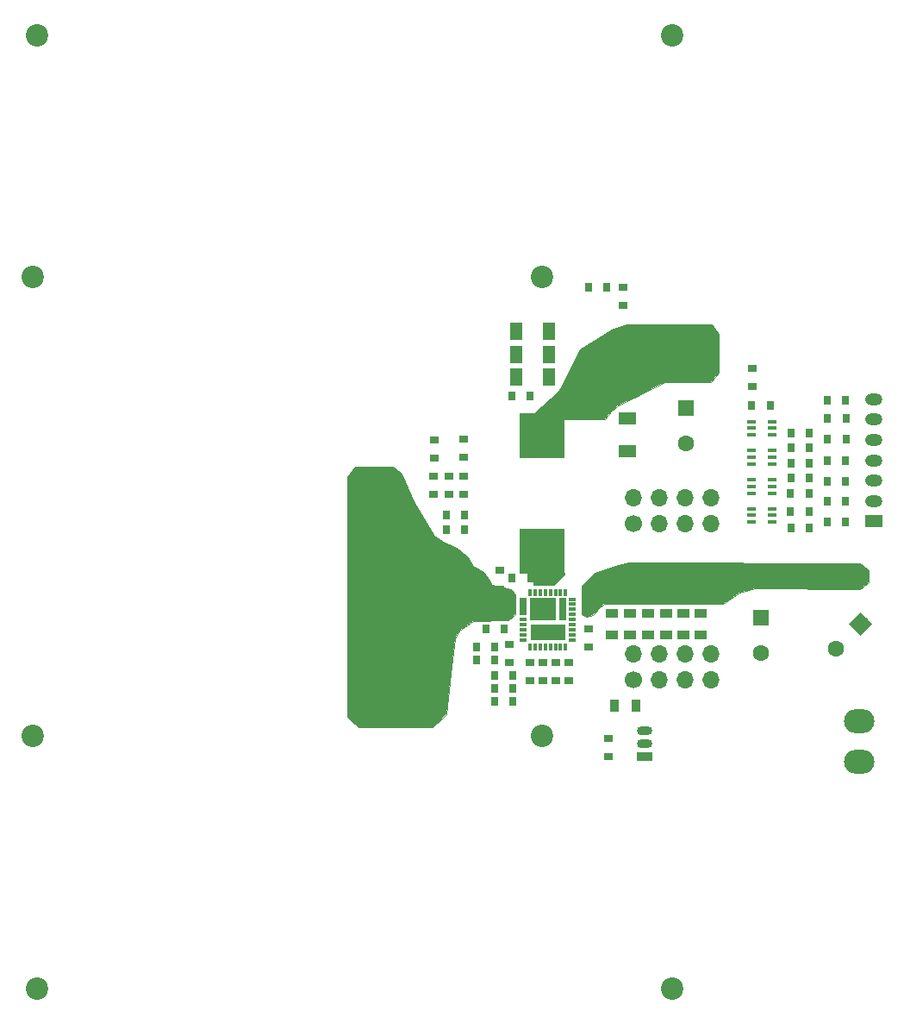
<source format=gbr>
G04 #@! TF.GenerationSoftware,KiCad,Pcbnew,(5.1.2)-2*
G04 #@! TF.CreationDate,2019-09-12T15:30:06+01:00*
G04 #@! TF.ProjectId,DCStepDown,44435374-6570-4446-9f77-6e2e6b696361,rev?*
G04 #@! TF.SameCoordinates,Original*
G04 #@! TF.FileFunction,Soldermask,Top*
G04 #@! TF.FilePolarity,Negative*
%FSLAX46Y46*%
G04 Gerber Fmt 4.6, Leading zero omitted, Abs format (unit mm)*
G04 Created by KiCad (PCBNEW (5.1.2)-2) date 2019-09-12 15:30:06*
%MOMM*%
%LPD*%
G04 APERTURE LIST*
%ADD10C,0.100000*%
%ADD11R,0.900000X0.800000*%
%ADD12O,3.000000X2.350000*%
%ADD13R,1.600000X1.600000*%
%ADD14C,1.600000*%
%ADD15C,2.200000*%
%ADD16R,0.800000X0.900000*%
%ADD17R,1.300000X0.900000*%
%ADD18R,0.850000X0.400000*%
%ADD19C,1.700000*%
%ADD20O,1.700000X1.700000*%
%ADD21R,1.700000X1.200000*%
%ADD22O,1.700000X1.200000*%
%ADD23R,1.200000X1.700000*%
%ADD24R,0.680000X2.180000*%
%ADD25R,2.580000X2.180000*%
%ADD26R,3.500000X1.580000*%
%ADD27R,0.750000X0.300000*%
%ADD28R,0.750000X1.800000*%
%ADD29R,0.300000X0.750000*%
%ADD30R,0.900000X1.300000*%
%ADD31R,4.500000X4.400000*%
%ADD32O,1.500000X0.900000*%
%ADD33R,1.500000X0.900000*%
G04 APERTURE END LIST*
D10*
G36*
X133275000Y-110025000D02*
G01*
X133275000Y-110150000D01*
X132250000Y-111200000D01*
X130200000Y-111200000D01*
X130200000Y-110000000D01*
X133275000Y-110025000D01*
G37*
X133275000Y-110025000D02*
X133275000Y-110150000D01*
X132250000Y-111200000D01*
X130200000Y-111200000D01*
X130200000Y-110000000D01*
X133275000Y-110025000D01*
G36*
X162275000Y-109050000D02*
G01*
X163150000Y-109800000D01*
X163150000Y-110925000D01*
X162275000Y-111600000D01*
X151950000Y-111575000D01*
X150425000Y-111950000D01*
X148800000Y-113075000D01*
X137150000Y-113100000D01*
X136650000Y-113450000D01*
X136050000Y-114150000D01*
X135460000Y-114300000D01*
X134925000Y-114075000D01*
X134925000Y-111250000D01*
X136300000Y-109975000D01*
X138275000Y-109375000D01*
X139625000Y-109000000D01*
X162275000Y-109050000D01*
G37*
X162275000Y-109050000D02*
X163150000Y-109800000D01*
X163150000Y-110925000D01*
X162275000Y-111600000D01*
X151950000Y-111575000D01*
X150425000Y-111950000D01*
X148800000Y-113075000D01*
X137150000Y-113100000D01*
X136650000Y-113450000D01*
X136050000Y-114150000D01*
X135460000Y-114300000D01*
X134925000Y-114075000D01*
X134925000Y-111250000D01*
X136300000Y-109975000D01*
X138275000Y-109375000D01*
X139625000Y-109000000D01*
X162275000Y-109050000D01*
G36*
X143125000Y-85625000D02*
G01*
X147700000Y-85625000D01*
X148400000Y-86600000D01*
X148400000Y-90400000D01*
X147620000Y-91300000D01*
X143090000Y-91300000D01*
X140300000Y-92775000D01*
X138500000Y-93575000D01*
X137775000Y-94150000D01*
X137200000Y-94950000D01*
X133375000Y-94950000D01*
X130575000Y-94925000D01*
X130250000Y-94325000D01*
X132650000Y-92275000D01*
X133025000Y-91650000D01*
X134750000Y-88075000D01*
X137875000Y-86150000D01*
X139375000Y-85600000D01*
X143125000Y-85625000D01*
G37*
X143125000Y-85625000D02*
X147700000Y-85625000D01*
X148400000Y-86600000D01*
X148400000Y-90400000D01*
X147620000Y-91300000D01*
X143090000Y-91300000D01*
X140300000Y-92775000D01*
X138500000Y-93575000D01*
X137775000Y-94150000D01*
X137200000Y-94950000D01*
X133375000Y-94950000D01*
X130575000Y-94925000D01*
X130250000Y-94325000D01*
X132650000Y-92275000D01*
X133025000Y-91650000D01*
X134750000Y-88075000D01*
X137875000Y-86150000D01*
X139375000Y-85600000D01*
X143125000Y-85625000D01*
G36*
X117200000Y-100300000D02*
G01*
X118425000Y-102975000D01*
X120475000Y-106350000D01*
X121300000Y-106975000D01*
X122625000Y-107525000D01*
X123775000Y-108500000D01*
X124225000Y-109325000D01*
X125275000Y-109950000D01*
X125800000Y-110600000D01*
X126125000Y-111200000D01*
X128025000Y-111625000D01*
X128400000Y-112100000D01*
X128400000Y-114100000D01*
X127700000Y-114700000D01*
X124225000Y-114725000D01*
X122950000Y-115725000D01*
X122475000Y-116450000D01*
X122050000Y-119950000D01*
X121600000Y-123925000D01*
X120325000Y-125200000D01*
X112975000Y-125200000D01*
X111875000Y-124175000D01*
X111875000Y-100600000D01*
X112650000Y-99600000D01*
X116400000Y-99600000D01*
X117200000Y-100300000D01*
G37*
X117200000Y-100300000D02*
X118425000Y-102975000D01*
X120475000Y-106350000D01*
X121300000Y-106975000D01*
X122625000Y-107525000D01*
X123775000Y-108500000D01*
X124225000Y-109325000D01*
X125275000Y-109950000D01*
X125800000Y-110600000D01*
X126125000Y-111200000D01*
X128025000Y-111625000D01*
X128400000Y-112100000D01*
X128400000Y-114100000D01*
X127700000Y-114700000D01*
X124225000Y-114725000D01*
X122950000Y-115725000D01*
X122475000Y-116450000D01*
X122050000Y-119950000D01*
X121600000Y-123925000D01*
X120325000Y-125200000D01*
X112975000Y-125200000D01*
X111875000Y-124175000D01*
X111875000Y-100600000D01*
X112650000Y-99600000D01*
X116400000Y-99600000D01*
X117200000Y-100300000D01*
D11*
X137550000Y-126275000D03*
X137550000Y-128075000D03*
D12*
X162200000Y-128550000D03*
X162200000Y-124590000D03*
D13*
X152550000Y-114375000D03*
D14*
X152550000Y-117875000D03*
D15*
X131000000Y-81000000D03*
X81000000Y-81000000D03*
X81000000Y-126000000D03*
X131000000Y-126000000D03*
D11*
X123350000Y-102350000D03*
X123350000Y-100550000D03*
D16*
X129900000Y-110500000D03*
X128100000Y-110500000D03*
D11*
X126900000Y-109800000D03*
X126900000Y-111600000D03*
X121925000Y-102350000D03*
X121925000Y-100550000D03*
X123350000Y-98700000D03*
X123350000Y-96900000D03*
D15*
X81425000Y-57250000D03*
X81425000Y-150800000D03*
X143850000Y-150800000D03*
X143825000Y-57250000D03*
D16*
X155475000Y-96300000D03*
X157275000Y-96300000D03*
X155500000Y-97725000D03*
X157300000Y-97725000D03*
X155500000Y-99225000D03*
X157300000Y-99225000D03*
X155475000Y-100700000D03*
X157275000Y-100700000D03*
X155450000Y-102225000D03*
X157250000Y-102225000D03*
X155450000Y-103975000D03*
X157250000Y-103975000D03*
X155475000Y-105575000D03*
X157275000Y-105575000D03*
X121600000Y-105800000D03*
X123400000Y-105800000D03*
X123400000Y-104325000D03*
X121600000Y-104325000D03*
D11*
X120450000Y-98775000D03*
X120450000Y-96975000D03*
X151700000Y-89925000D03*
X151700000Y-91725000D03*
D17*
X143200000Y-116100000D03*
X143200000Y-114000000D03*
X144900000Y-116100000D03*
X144900000Y-114000000D03*
D14*
X162350000Y-115025000D03*
D10*
G36*
X162350000Y-113893629D02*
G01*
X163481371Y-115025000D01*
X162350000Y-116156371D01*
X161218629Y-115025000D01*
X162350000Y-113893629D01*
X162350000Y-113893629D01*
G37*
D14*
X159875126Y-117499874D03*
D18*
X153675000Y-96475000D03*
X153675000Y-95175000D03*
X151575000Y-95825000D03*
X153675000Y-95825000D03*
X151575000Y-95175000D03*
X151575000Y-96475000D03*
D16*
X160900000Y-94900000D03*
X159100000Y-94900000D03*
D18*
X153675000Y-99325000D03*
X153675000Y-98025000D03*
X151575000Y-98675000D03*
X153675000Y-98675000D03*
X151575000Y-98025000D03*
X151575000Y-99325000D03*
X153675000Y-102200000D03*
X153675000Y-100900000D03*
X151575000Y-101550000D03*
X153675000Y-101550000D03*
X151575000Y-100900000D03*
X151575000Y-102200000D03*
X153675000Y-105025000D03*
X153675000Y-103725000D03*
X151575000Y-104375000D03*
X153675000Y-104375000D03*
X151575000Y-103725000D03*
X151575000Y-105025000D03*
D16*
X153450000Y-93600000D03*
X151650000Y-93600000D03*
X160825000Y-98975000D03*
X159025000Y-98975000D03*
X160900000Y-96900000D03*
X159100000Y-96900000D03*
X160850000Y-101025000D03*
X159050000Y-101025000D03*
X160850000Y-105000000D03*
X159050000Y-105000000D03*
X160850000Y-93075000D03*
X159050000Y-93075000D03*
D19*
X140000000Y-105150000D03*
D20*
X140000000Y-102610000D03*
X142540000Y-105150000D03*
X142540000Y-102610000D03*
X145080000Y-105150000D03*
X145080000Y-102610000D03*
X147620000Y-105150000D03*
X147620000Y-102610000D03*
D21*
X163675000Y-104975000D03*
D22*
X163675000Y-102975000D03*
X163675000Y-100975000D03*
X163675000Y-98975000D03*
X163675000Y-96975000D03*
X163675000Y-94975000D03*
X163675000Y-92975000D03*
D16*
X160850000Y-103000000D03*
X159050000Y-103000000D03*
X128040000Y-92630000D03*
X129840000Y-92630000D03*
D23*
X128490000Y-86330000D03*
X131690000Y-86330000D03*
D16*
X125500000Y-115550000D03*
X127300000Y-115550000D03*
D11*
X127830000Y-117050000D03*
X127830000Y-118850000D03*
D24*
X133112000Y-113592000D03*
D25*
X131142000Y-113592000D03*
D26*
X131602000Y-115822000D03*
D27*
X129177000Y-114602000D03*
D28*
X129177000Y-113352000D03*
D27*
X129177000Y-115102000D03*
X129177000Y-115602000D03*
X129177000Y-116102000D03*
X129177000Y-116602000D03*
X134027000Y-114602000D03*
X134027000Y-114102000D03*
X134027000Y-113602000D03*
X134027000Y-113102000D03*
X134027000Y-112602000D03*
X134027000Y-115102000D03*
X134027000Y-115602000D03*
X134027000Y-116102000D03*
X134027000Y-116602000D03*
D29*
X131852000Y-111927000D03*
X131352000Y-111927000D03*
X130852000Y-111927000D03*
X130352000Y-111927000D03*
X129852000Y-111927000D03*
X132352000Y-111927000D03*
X132852000Y-111927000D03*
X133352000Y-111927000D03*
X131352000Y-117277000D03*
X130852000Y-117277000D03*
X130352000Y-117277000D03*
X129852000Y-117277000D03*
X131852000Y-117277000D03*
X132352000Y-117277000D03*
X132852000Y-117277000D03*
X133352000Y-117277000D03*
D30*
X140250000Y-123050000D03*
X138150000Y-123050000D03*
D11*
X138960000Y-81990000D03*
X138960000Y-83790000D03*
D16*
X137390000Y-81980000D03*
X135590000Y-81980000D03*
D31*
X131080000Y-96510000D03*
X131080000Y-107910000D03*
D32*
X141075000Y-126755000D03*
X141075000Y-125485000D03*
D33*
X141075000Y-128025000D03*
D11*
X120400000Y-102325000D03*
X120400000Y-100525000D03*
D16*
X126384000Y-121344000D03*
X128184000Y-121344000D03*
X128184000Y-120074000D03*
X126384000Y-120074000D03*
D11*
X133634000Y-120582000D03*
X133634000Y-118782000D03*
X131094000Y-120582000D03*
X131094000Y-118782000D03*
X129824000Y-118782000D03*
X129824000Y-120582000D03*
D16*
X128184000Y-122614000D03*
X126384000Y-122614000D03*
D11*
X132364000Y-120582000D03*
X132364000Y-118782000D03*
D21*
X139450000Y-98075000D03*
X139450000Y-94875000D03*
D23*
X128490000Y-88580000D03*
X131690000Y-88580000D03*
X128490000Y-90830000D03*
X131690000Y-90830000D03*
D13*
X145150000Y-93850000D03*
D14*
X145150000Y-97350000D03*
D17*
X141466000Y-116108000D03*
X141466000Y-114008000D03*
X146625000Y-116100000D03*
X146625000Y-114000000D03*
X139688000Y-116107999D03*
X139688000Y-114007999D03*
X137910000Y-116108000D03*
X137910000Y-114008000D03*
D11*
X135580000Y-115510000D03*
X135580000Y-117310000D03*
D16*
X124606000Y-117280000D03*
X126406000Y-117280000D03*
X124606000Y-118550000D03*
X126406000Y-118550000D03*
D19*
X140000000Y-120500000D03*
D20*
X140000000Y-117960000D03*
X142540000Y-120500000D03*
X142540000Y-117960000D03*
X145080000Y-120500000D03*
X145080000Y-117960000D03*
X147620000Y-120500000D03*
X147620000Y-117960000D03*
D19*
X140000000Y-90000000D03*
D20*
X140000000Y-87460000D03*
X142540000Y-90000000D03*
X142540000Y-87460000D03*
X145080000Y-90000000D03*
X145080000Y-87460000D03*
X147620000Y-90000000D03*
X147620000Y-87460000D03*
M02*

</source>
